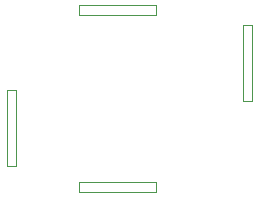
<source format=gbr>
G04*
G04 #@! TF.GenerationSoftware,Altium Limited,Altium Designer,24.9.1 (31)*
G04*
G04 Layer_Color=32896*
%FSLAX25Y25*%
%MOIN*%
G70*
G04*
G04 #@! TF.SameCoordinates,AE1E5416-9686-4E21-8CD7-455353439681*
G04*
G04*
G04 #@! TF.FilePolarity,Positive*
G04*
G01*
G75*
%ADD16C,0.00394*%
D16*
X18110Y73819D02*
Y99410D01*
X21260D01*
Y73819D02*
Y99410D01*
X18110Y73819D02*
X21260D01*
X96850Y95472D02*
Y121063D01*
X100000D01*
Y95472D02*
Y121063D01*
X96850Y95472D02*
X100000D01*
X67913Y124409D02*
Y127559D01*
X42323D02*
X67913D01*
X42323Y124409D02*
Y127559D01*
Y124409D02*
X67913D01*
X42323Y65354D02*
X67913D01*
X42323D02*
Y68504D01*
X67913D01*
Y65354D02*
Y68504D01*
M02*

</source>
